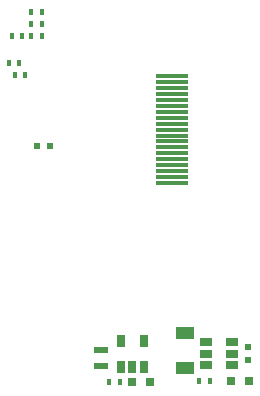
<source format=gtp>
G04 #@! TF.FileFunction,Paste,Top*
%FSLAX46Y46*%
G04 Gerber Fmt 4.6, Leading zero omitted, Abs format (unit mm)*
G04 Created by KiCad (PCBNEW 4.0.6-e0-6349~53~ubuntu14.04.1) date Sat Jul 15 18:22:04 2017*
%MOMM*%
%LPD*%
G01*
G04 APERTURE LIST*
%ADD10C,0.350000*%
%ADD11R,0.800000X0.750000*%
%ADD12R,0.500000X0.600000*%
%ADD13R,1.600000X1.000000*%
%ADD14R,2.750000X0.330200*%
%ADD15R,1.198880X0.599440*%
%ADD16R,0.400000X0.600000*%
%ADD17R,0.650000X1.060000*%
%ADD18R,1.060000X0.650000*%
%ADD19R,0.600000X0.500000*%
G04 APERTURE END LIST*
D10*
D11*
X111290800Y-104709600D03*
X109790800Y-104709600D03*
D12*
X119557800Y-101746600D03*
X119557800Y-102846600D03*
D11*
X118172800Y-104582600D03*
X119672800Y-104582600D03*
D13*
X114223800Y-100542600D03*
X114223800Y-103542600D03*
D14*
X113136000Y-83330000D03*
X113136000Y-82830000D03*
X113136000Y-82330000D03*
X113136000Y-81830000D03*
X113136000Y-81330000D03*
X113136000Y-80830000D03*
X113136000Y-80330000D03*
X113136000Y-79830000D03*
X113136000Y-79330000D03*
X113136000Y-78830000D03*
X113136000Y-83830000D03*
X113136000Y-84330000D03*
X113136000Y-84830000D03*
X113136000Y-85330000D03*
X113136000Y-85830000D03*
X113136000Y-86330000D03*
X113136000Y-86830000D03*
X113136000Y-87330000D03*
X113136000Y-87830000D03*
D15*
X107111800Y-101976560D03*
X107111800Y-103378640D03*
D16*
X108704800Y-104709600D03*
X107804800Y-104709600D03*
X115424800Y-104582600D03*
X116324800Y-104582600D03*
X99303000Y-77724000D03*
X100203000Y-77724000D03*
X101208000Y-73406000D03*
X102108000Y-73406000D03*
X100468000Y-75438000D03*
X99568000Y-75438000D03*
D17*
X108828800Y-103396600D03*
X109778800Y-103396600D03*
X110728800Y-103396600D03*
X110728800Y-101196600D03*
X108828800Y-101196600D03*
D18*
X116044800Y-101346600D03*
X116044800Y-102296600D03*
X116044800Y-103246600D03*
X118244800Y-103246600D03*
X118244800Y-101346600D03*
X118244800Y-102296600D03*
D19*
X101676200Y-84709000D03*
X102776200Y-84709000D03*
D16*
X101208000Y-75438000D03*
X102108000Y-75438000D03*
X101208000Y-74422000D03*
X102108000Y-74422000D03*
X100711000Y-78740000D03*
X99811000Y-78740000D03*
M02*

</source>
